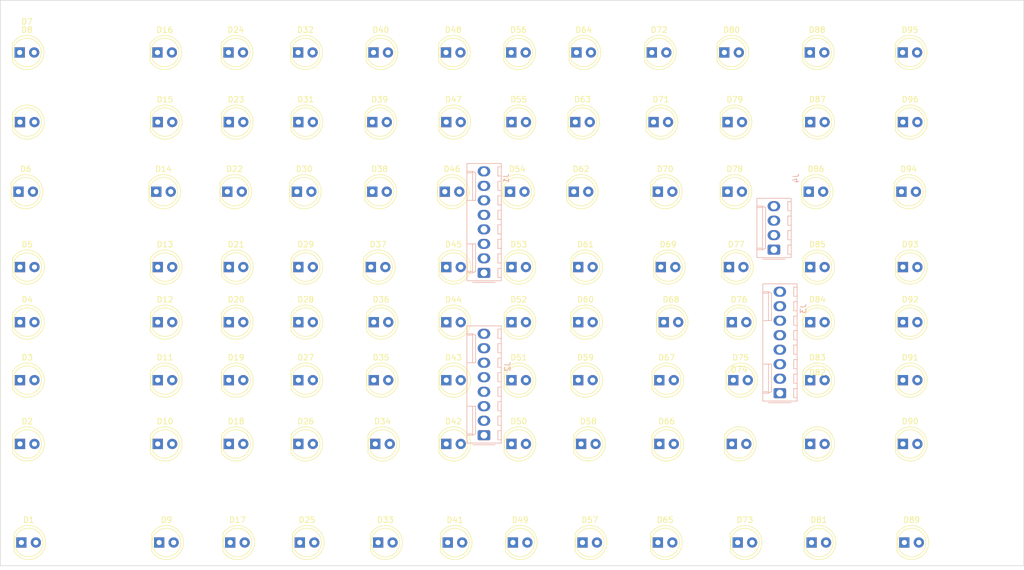
<source format=kicad_pcb>
(kicad_pcb (version 20211014) (generator pcbnew)
  (layers (0 "F.Cu" signal) (31 "B.Cu" signal) (34 "B.Paste" user) (35 "F.Paste" user) (36 "B.SilkS" user "B.Silkscreen") (37 "F.SilkS" user "F.Silkscreen") (38 "B.Mask" user) (39 "F.Mask" user) (44 "Edge.Cuts" user))
  (net 0 "")
  (net 1 "/DIG_A0")
  (net 2 "/SEG_A0")
  (net 3 "/DIG_A2")
  (net 4 "/DIG_A1")
  (net 5 "/DIG_A3")
  (net 6 "/DIG_A4")
  (net 7 "/DIG_A6")
  (net 8 "/DIG_A5")
  (net 9 "/DIG_A7")
  (net 10 "/DIG_B0")
  (net 11 "/SEG_A1")
  (net 12 "/DIG_B2")
  (net 13 "/DIG_B1")
  (net 14 "/DIG_B3")
  (net 15 "/SEG_B0")
  (net 16 "/SEG_B1")
  (net 17 "/SEG_C0")
  (net 18 "/SEG_C1")
  (net 19 "/SEG_D0")
  (net 20 "/SEG_D1")
  (net 21 "/SEG_E0")
  (net 22 "/SEG_E1")
  (net 23 "/SEG_F0")
  (net 24 "/SEG_F1")
  (net 25 "/SEG_G0")
  (net 26 "/SEG_G1")
  (net 27 "/SEG_DP0")
  (net 28 "/SEG_DP1")
  (footprint "LED_THT:LED_D5.0mm" (layer "F.Cu") (at 224.536 92.964)
    (fp_text reference "D92" (at 1.27 -3.96) (layer "F.SilkS"))
    (fp_text value "LED")
    (pad "1" thru_hole rect (at 0 0) (size 1.8 1.8) (drill 0.9) (layers *.Cu *.Mask) (net 14 "/DIG_B3"))
    (pad "2" thru_hole circle (at 2.54 0) (size 1.8 1.8) (drill 0.9) (layers *.Cu *.Mask) (net 20 "/SEG_D1"))
  )
  (footprint "LED_THT:LED_D5.0mm" (layer "F.Cu") (at 194.056 83.312)
    (fp_text reference "D77" (at 1.27 -3.96) (layer "F.SilkS"))
    (fp_text value "LED")
    (pad "1" thru_hole rect (at 0 0) (size 1.8 1.8) (drill 0.9) (layers *.Cu *.Mask) (net 13 "/DIG_B1"))
    (pad "2" thru_hole circle (at 2.54 0) (size 1.8 1.8) (drill 0.9) (layers *.Cu *.Mask) (net 22 "/SEG_E1"))
  )
  (footprint "LED_THT:LED_D5.0mm" (layer "F.Cu") (at 131.582 57.912)
    (fp_text reference "D39" (at 1.27 -3.96) (layer "F.SilkS"))
    (fp_text value "LED")
    (pad "1" thru_hole rect (at 0 0) (size 1.8 1.8) (drill 0.9) (layers *.Cu *.Mask) (net 6 "/DIG_A4"))
    (pad "2" thru_hole circle (at 2.54 0) (size 1.8 1.8) (drill 0.9) (layers *.Cu *.Mask) (net 25 "/SEG_G0"))
  )
  (footprint "LED_THT:LED_D5.0mm" (layer "F.Cu") (at 166.873 70.104)
    (fp_text reference "D62" (at 1.27 -3.96) (layer "F.SilkS"))
    (fp_text value "LED")
    (pad "1" thru_hole rect (at 0 0) (size 1.8 1.8) (drill 0.9) (layers *.Cu *.Mask) (net 9 "/DIG_A7"))
    (pad "2" thru_hole circle (at 2.54 0) (size 1.8 1.8) (drill 0.9) (layers *.Cu *.Mask) (net 23 "/SEG_F0"))
  )
  (footprint "LED_THT:LED_D5.0mm" (layer "F.Cu") (at 167.132 57.912)
    (fp_text reference "D63" (at 1.27 -3.96) (layer "F.SilkS"))
    (fp_text value "LED")
    (pad "1" thru_hole rect (at 0 0) (size 1.8 1.8) (drill 0.9) (layers *.Cu *.Mask) (net 9 "/DIG_A7"))
    (pad "2" thru_hole circle (at 2.54 0) (size 1.8 1.8) (drill 0.9) (layers *.Cu *.Mask) (net 25 "/SEG_G0"))
  )
  (footprint "LED_THT:LED_D5.0mm" (layer "F.Cu") (at 224.536 57.912)
    (fp_text reference "D96" (at 1.27 -3.96) (layer "F.SilkS"))
    (fp_text value "LED")
    (pad "1" thru_hole rect (at 0 0) (size 1.8 1.8) (drill 0.9) (layers *.Cu *.Mask) (net 14 "/DIG_B3"))
    (pad "2" thru_hole circle (at 2.54 0) (size 1.8 1.8) (drill 0.9) (layers *.Cu *.Mask) (net 28 "/SEG_DP1"))
  )
  (footprint "LED_THT:LED_D5.0mm" (layer "F.Cu") (at 224.536 103.124)
    (fp_text reference "D91" (at 1.27 -3.96) (layer "F.SilkS"))
    (fp_text value "LED")
    (pad "1" thru_hole rect (at 0 0) (size 1.8 1.8) (drill 0.9) (layers *.Cu *.Mask) (net 14 "/DIG_B3"))
    (pad "2" thru_hole circle (at 2.54 0) (size 1.8 1.8) (drill 0.9) (layers *.Cu *.Mask) (net 18 "/SEG_C1"))
  )
  (footprint "LED_THT:LED_D5.0mm" (layer "F.Cu") (at 155.956 57.912)
    (fp_text reference "D55" (at 1.27 -3.96) (layer "F.SilkS"))
    (fp_text value "LED")
    (pad "1" thru_hole rect (at 0 0) (size 1.8 1.8) (drill 0.9) (layers *.Cu *.Mask) (net 7 "/DIG_A6"))
    (pad "2" thru_hole circle (at 2.54 0) (size 1.8 1.8) (drill 0.9) (layers *.Cu *.Mask) (net 25 "/SEG_G0"))
  )
  (footprint "LED_THT:LED_D5.0mm" (layer "F.Cu") (at 167.64 92.964)
    (fp_text reference "D60" (at 1.27 -3.96) (layer "F.SilkS"))
    (fp_text value "LED")
    (pad "1" thru_hole rect (at 0 0) (size 1.8 1.8) (drill 0.9) (layers *.Cu *.Mask) (net 9 "/DIG_A7"))
    (pad "2" thru_hole circle (at 2.54 0) (size 1.8 1.8) (drill 0.9) (layers *.Cu *.Mask) (net 19 "/SEG_D0"))
  )
  (footprint "LED_THT:LED_D5.0mm" (layer "F.Cu") (at 182.123 83.312)
    (fp_text reference "D69" (at 1.27 -3.96) (layer "F.SilkS"))
    (fp_text value "LED")
    (pad "1" thru_hole rect (at 0 0) (size 1.8 1.8) (drill 0.9) (layers *.Cu *.Mask) (net 10 "/DIG_B0"))
    (pad "2" thru_hole circle (at 2.54 0) (size 1.8 1.8) (drill 0.9) (layers *.Cu *.Mask) (net 22 "/SEG_E1"))
  )
  (footprint "LED_THT:LED_D5.0mm" (layer "F.Cu") (at 195.58 131.572)
    (fp_text reference "D73" (at 1.27 -3.96) (layer "F.SilkS"))
    (fp_text value "LED")
    (pad "1" thru_hole rect (at 0 0) (size 1.8 1.8) (drill 0.9) (layers *.Cu *.Mask) (net 13 "/DIG_B1"))
    (pad "2" thru_hole circle (at 2.54 0) (size 1.8 1.8) (drill 0.9) (layers *.Cu *.Mask) (net 11 "/SEG_A1"))
  )
  (footprint "LED_THT:LED_D5.0mm" (layer "F.Cu") (at 131.572 70.104)
    (fp_text reference "D38" (at 1.27 -3.96) (layer "F.SilkS"))
    (fp_text value "LED")
    (pad "1" thru_hole rect (at 0 0) (size 1.8 1.8) (drill 0.9) (layers *.Cu *.Mask) (net 6 "/DIG_A4"))
    (pad "2" thru_hole circle (at 2.54 0) (size 1.8 1.8) (drill 0.9) (layers *.Cu *.Mask) (net 23 "/SEG_F0"))
  )
  (footprint "LED_THT:LED_D5.0mm" (layer "F.Cu") (at 106.431 57.912)
    (fp_text reference "D23" (at 1.27 -3.96) (layer "F.SilkS"))
    (fp_text value "LED")
    (pad "1" thru_hole rect (at 0 0) (size 1.8 1.8) (drill 0.9) (layers *.Cu *.Mask) (net 3 "/DIG_A2"))
    (pad "2" thru_hole circle (at 2.54 0) (size 1.8 1.8) (drill 0.9) (layers *.Cu *.Mask) (net 25 "/SEG_G0"))
  )
  (footprint "LED_THT:LED_D5.0mm" (layer "F.Cu") (at 106.431 92.964)
    (fp_text reference "D20" (at 1.27 -3.96) (layer "F.SilkS"))
    (fp_text value "LED")
    (pad "1" thru_hole rect (at 0 0) (size 1.8 1.8) (drill 0.9) (layers *.Cu *.Mask) (net 3 "/DIG_A2"))
    (pad "2" thru_hole circle (at 2.54 0) (size 1.8 1.8) (drill 0.9) (layers *.Cu *.Mask) (net 19 "/SEG_D0"))
  )
  (footprint "LED_THT:LED_D5.0mm" (layer "F.Cu") (at 69.795 45.72)
    (fp_text reference "D8" (at 1.27 -3.96) (layer "F.SilkS"))
    (fp_text value "LED")
    (pad "1" thru_hole rect (at 0 0) (size 1.8 1.8) (drill 0.9) (layers *.Cu *.Mask) (net 1 "/DIG_A0"))
    (pad "2" thru_hole circle (at 2.54 0) (size 1.8 1.8) (drill 0.9) (layers *.Cu *.Mask) (net 27 "/SEG_DP0"))
  )
  (footprint "LED_THT:LED_D5.0mm" (layer "F.Cu") (at 93.98 57.912)
    (fp_text reference "D15" (at 1.27 -3.96) (layer "F.SilkS"))
    (fp_text value "LED")
    (pad "1" thru_hole rect (at 0 0) (size 1.8 1.8) (drill 0.9) (layers *.Cu *.Mask) (net 4 "/DIG_A1"))
    (pad "2" thru_hole circle (at 2.54 0) (size 1.8 1.8) (drill 0.9) (layers *.Cu *.Mask) (net 25 "/SEG_G0"))
  )
  (footprint "LED_THT:LED_D5.0mm" (layer "F.Cu") (at 69.586 70.104)
    (fp_text reference "D6" (at 1.27 -3.96) (layer "F.SilkS"))
    (fp_text value "LED")
    (pad "1" thru_hole rect (at 0 0) (size 1.8 1.8) (drill 0.9) (layers *.Cu *.Mask) (net 1 "/DIG_A0"))
    (pad "2" thru_hole circle (at 2.54 0) (size 1.8 1.8) (drill 0.9) (layers *.Cu *.Mask) (net 23 "/SEG_F0"))
  )
  (footprint "LED_THT:LED_D5.0mm" (layer "F.Cu") (at 132.09 114.3)
    (fp_text reference "D34" (at 1.27 -3.96) (layer "F.SilkS"))
    (fp_text value "LED")
    (pad "1" thru_hole rect (at 0 0) (size 1.8 1.8) (drill 0.9) (layers *.Cu *.Mask) (net 6 "/DIG_A4"))
    (pad "2" thru_hole circle (at 2.54 0) (size 1.8 1.8) (drill 0.9) (layers *.Cu *.Mask) (net 15 "/SEG_B0"))
  )
  (footprint "LED_THT:LED_D5.0mm" (layer "F.Cu") (at 167.64 103.124)
    (fp_text reference "D59" (at 1.27 -3.96) (layer "F.SilkS"))
    (fp_text value "LED")
    (pad "1" thru_hole rect (at 0 0) (size 1.8 1.8) (drill 0.9) (layers *.Cu *.Mask) (net 9 "/DIG_A7"))
    (pad "2" thru_hole circle (at 2.54 0) (size 1.8 1.8) (drill 0.9) (layers *.Cu *.Mask) (net 17 "/SEG_C0"))
  )
  (footprint "LED_THT:LED_D5.0mm" (layer "F.Cu") (at 106.68 131.572)
    (fp_text reference "D17" (at 1.27 -3.96) (layer "F.SilkS"))
    (fp_text value "LED")
    (pad "1" thru_hole rect (at 0 0) (size 1.8 1.8) (drill 0.9) (layers *.Cu *.Mask) (net 3 "/DIG_A2"))
    (pad "2" thru_hole circle (at 2.54 0) (size 1.8 1.8) (drill 0.9) (layers *.Cu *.Mask) (net 2 "/SEG_A0"))
  )
  (footprint "LED_THT:LED_D5.0mm" (layer "F.Cu") (at 69.845 103.124)
    (fp_text reference "D3" (at 1.27 -3.96) (layer "F.SilkS"))
    (fp_text value "LED")
    (pad "1" thru_hole rect (at 0 0) (size 1.8 1.8) (drill 0.9) (layers *.Cu *.Mask) (net 1 "/DIG_A0"))
    (pad "2" thru_hole circle (at 2.54 0) (size 1.8 1.8) (drill 0.9) (layers *.Cu *.Mask) (net 17 "/SEG_C0"))
  )
  (footprint "LED_THT:LED_D5.0mm" (layer "F.Cu") (at 93.98 103.124)
    (fp_text reference "D11" (at 1.27 -3.96) (layer "F.SilkS"))
    (fp_text value "LED")
    (pad "1" thru_hole rect (at 0 0) (size 1.8 1.8) (drill 0.9) (layers *.Cu *.Mask) (net 4 "/DIG_A1"))
    (pad "2" thru_hole circle (at 2.54 0) (size 1.8 1.8) (drill 0.9) (layers *.Cu *.Mask) (net 17 "/SEG_C0"))
  )
  (footprint "LED_THT:LED_D5.0mm" (layer "F.Cu") (at 69.845 114.3)
    (fp_text reference "D2" (at 1.27 -3.96) (layer "F.SilkS"))
    (fp_text value "LED")
    (pad "1" thru_hole rect (at 0 0) (size 1.8 1.8) (drill 0.9) (layers *.Cu *.Mask) (net 1 "/DIG_A0"))
    (pad "2" thru_hole circle (at 2.54 0) (size 1.8 1.8) (drill 0.9) (layers *.Cu *.Mask) (net 15 "/SEG_B0"))
  )
  (footprint "LED_THT:LED_D5.0mm" (layer "F.Cu") (at 144.531 57.912)
    (fp_text reference "D47" (at 1.27 -3.96) (layer "F.SilkS"))
    (fp_text value "LED")
    (pad "1" thru_hole rect (at 0 0) (size 1.8 1.8) (drill 0.9) (layers *.Cu *.Mask) (net 8 "/DIG_A5"))
    (pad "2" thru_hole circle (at 2.54 0) (size 1.8 1.8) (drill 0.9) (layers *.Cu *.Mask) (net 25 "/SEG_G0"))
  )
  (footprint "LED_THT:LED_D5.0mm" (layer "F.Cu") (at 168.148 114.3)
    (fp_text reference "D58" (at 1.27 -3.96) (layer "F.SilkS"))
    (fp_text value "LED")
    (pad "1" thru_hole rect (at 0 0) (size 1.8 1.8) (drill 0.9) (layers *.Cu *.Mask) (net 9 "/DIG_A7"))
    (pad "2" thru_hole circle (at 2.54 0) (size 1.8 1.8) (drill 0.9) (layers *.Cu *.Mask) (net 15 "/SEG_B0"))
  )
  (footprint "LED_THT:LED_D5.0mm" (layer "F.Cu") (at 224.785 131.572)
    (fp_text reference "D89" (at 1.27 -3.96) (layer "F.SilkS"))
    (fp_text value "LED")
    (pad "1" thru_hole rect (at 0 0) (size 1.8 1.8) (drill 0.9) (layers *.Cu *.Mask) (net 14 "/DIG_B3"))
    (pad "2" thru_hole circle (at 2.54 0) (size 1.8 1.8) (drill 0.9) (layers *.Cu *.Mask) (net 11 "/SEG_A1"))
  )
  (footprint "LED_THT:LED_D5.0mm" (layer "F.Cu") (at 118.573 45.72)
    (fp_text reference "D32" (at 1.27 -3.96) (layer "F.SilkS"))
    (fp_text value "LED")
    (pad "1" thru_hole rect (at 0 0) (size 1.8 1.8) (drill 0.9) (layers *.Cu *.Mask) (net 5 "/DIG_A3"))
    (pad "2" thru_hole circle (at 2.54 0) (size 1.8 1.8) (drill 0.9) (layers *.Cu *.Mask) (net 27 "/SEG_DP0"))
  )
  (footprint "LED_THT:LED_D5.0mm" (layer "F.Cu") (at 132.588 131.572)
    (fp_text reference "D33" (at 1.27 -3.96) (layer "F.SilkS"))
    (fp_text value "LED")
    (pad "1" thru_hole rect (at 0 0) (size 1.8 1.8) (drill 0.9) (layers *.Cu *.Mask) (net 6 "/DIG_A4"))
    (pad "2" thru_hole circle (at 2.54 0) (size 1.8 1.8) (drill 0.9) (layers *.Cu *.Mask) (net 2 "/SEG_A0"))
  )
  (footprint "LED_THT:LED_D5.0mm" (layer "F.Cu") (at 144.481 45.72)
    (fp_text reference "D48" (at 1.27 -3.96) (layer "F.SilkS"))
    (fp_text value "LED")
    (pad "1" thru_hole rect (at 0 0) (size 1.8 1.8) (drill 0.9) (layers *.Cu *.Mask) (net 8 "/DIG_A5"))
    (pad "2" thru_hole circle (at 2.54 0) (size 1.8 1.8) (drill 0.9) (layers *.Cu *.Mask) (net 27 "/SEG_DP0"))
  )
  (footprint "LED_THT:LED_D5.0mm" (layer "F.Cu") (at 144.272 70.104)
    (fp_text reference "D46" (at 1.27 -3.96) (layer "F.SilkS"))
    (fp_text value "LED")
    (pad "1" thru_hole rect (at 0 0) (size 1.8 1.8) (drill 0.9) (layers *.Cu *.Mask) (net 8 "/DIG_A5"))
    (pad "2" thru_hole circle (at 2.54 0) (size 1.8 1.8) (drill 0.9) (layers *.Cu *.Mask) (net 23 "/SEG_F0"))
  )
  (footprint "LED_THT:LED_D5.0mm" (layer "F.Cu") (at 208.28 114.3)
    (fp_text reference "D82" (at 1.27 -12.5175) (layer "F.SilkS"))
    (fp_text value "LED")
    (pad "1" thru_hole rect (at 0 0) (size 1.8 1.8) (drill 0.9) (layers *.Cu *.Mask) (net 12 "/DIG_B2"))
    (pad "2" thru_hole circle (at 2.54 0) (size 1.8 1.8) (drill 0.9) (layers *.Cu *.Mask) (net 16 "/SEG_B1"))
  )
  (footprint "LED_THT:LED_D5.0mm" (layer "F.Cu") (at 224.486 45.72)
    (fp_text reference "D95" (at 1.27 -3.96) (layer "F.SilkS"))
    (fp_text value "LED")
    (pad "1" thru_hole rect (at 0 0) (size 1.8 1.8) (drill 0.9) (layers *.Cu *.Mask) (net 14 "/DIG_B3"))
    (pad "2" thru_hole circle (at 2.54 0) (size 1.8 1.8) (drill 0.9) (layers *.Cu *.Mask) (net 26 "/SEG_G1"))
  )
  (footprint "LED_THT:LED_D5.0mm" (layer "F.Cu") (at 93.98 83.312)
    (fp_text reference "D13" (at 1.27 -3.96) (layer "F.SilkS"))
    (fp_text value "LED")
    (pad "1" thru_hole rect (at 0 0) (size 1.8 1.8) (drill 0.9) (layers *.Cu *.Mask) (net 4 "/DIG_A1"))
    (pad "2" thru_hole circle (at 2.54 0) (size 1.8 1.8) (drill 0.9) (layers *.Cu *.Mask) (net 21 "/SEG_E0"))
  )
  (footprint "LED_THT:LED_D5.0mm" (layer "F.Cu") (at 106.431 103.124)
    (fp_text reference "D19" (at 1.27 -3.96) (layer "F.SilkS"))
    (fp_text value "LED")
    (pad "1" thru_hole rect (at 0 0) (size 1.8 1.8) (drill 0.9) (layers *.Cu *.Mask) (net 3 "/DIG_A2"))
    (pad "2" thru_hole circle (at 2.54 0) (size 1.8 1.8) (drill 0.9) (layers *.Cu *.Mask) (net 17 "/SEG_C0"))
  )
  (footprint "LED_THT:LED_D5.0mm" (layer "F.Cu") (at 181.864 103.124)
    (fp_text reference "D67" (at 1.27 -3.96) (layer "F.SilkS"))
    (fp_text value "LED")
    (pad "1" thru_hole rect (at 0 0) (size 1.8 1.8) (drill 0.9) (layers *.Cu *.Mask) (net 10 "/DIG_B0"))
    (pad "2" thru_hole circle (at 2.54 0) (size 1.8 1.8) (drill 0.9) (layers *.Cu *.Mask) (net 18 "/SEG_C1"))
  )
  (footprint "LED_THT:LED_D5.0mm" (layer "F.Cu") (at 193.797 70.104)
    (fp_text reference "D78" (at 1.27 -3.96) (layer "F.SilkS"))
    (fp_text value "LED")
    (pad "1" thru_hole rect (at 0 0) (size 1.8 1.8) (drill 0.9) (layers *.Cu *.Mask) (net 13 "/DIG_B1"))
    (pad "2" thru_hole circle (at 2.54 0) (size 1.8 1.8) (drill 0.9) (layers *.Cu *.Mask) (net 24 "/SEG_F1"))
  )
  (footprint "LED_THT:LED_D5.0mm" (layer "F.Cu") (at 144.531 92.964)
    (fp_text reference "D44" (at 1.27 -3.96) (layer "F.SilkS"))
    (fp_text value "LED")
    (pad "1" thru_hole rect (at 0 0) (size 1.8 1.8) (drill 0.9) (layers *.Cu *.Mask) (net 8 "/DIG_A5"))
    (pad "2" thru_hole circle (at 2.54 0) (size 1.8 1.8) (drill 0.9) (layers *.Cu *.Mask) (net 19 "/SEG_D0"))
  )
  (footprint "LED_THT:LED_D5.0mm" (layer "F.Cu") (at 224.277 70.104)
    (fp_text reference "D94" (at 1.27 -3.96) (layer "F.SilkS"))
    (fp_text value "LED")
    (pad "1" thru_hole rect (at 0 0) (size 1.8 1.8) (drill 0.9) (layers *.Cu *.Mask) (net 14 "/DIG_B3"))
    (pad "2" thru_hole circle (at 2.54 0) (size 1.8 1.8) (drill 0.9) (layers *.Cu *.Mask) (net 24 "/SEG_F1"))
  )
  (footprint "LED_THT:LED_D5.0mm" (layer "F.Cu") (at 193.249 45.72)
    (fp_text reference "D80" (at 1.27 -3.96) (layer "F.SilkS"))
    (fp_text value "LED")
    (pad "1" thru_hole rect (at 0 0) (size 1.8 1.8) (drill 0.9) (layers *.Cu *.Mask) (net 13 "/DIG_B1"))
    (pad "2" thru_hole circle (at 2.54 0) (size 1.8 1.8) (drill 0.9) (layers *.Cu *.Mask) (net 28 "/SEG_DP1"))
  )
  (footprint "LED_THT:LED_D5.0mm" (layer "F.Cu") (at 208.021 70.104)
    (fp_text reference "D86" (at 1.27 -3.96) (layer "F.SilkS"))
    (fp_text value "LED")
    (pad "1" thru_hole rect (at 0 0) (size 1.8 1.8) (drill 0.9) (layers *.Cu *.Mask) (net 12 "/DIG_B2"))
    (pad "2" thru_hole circle (at 2.54 0) (size 1.8 1.8) (drill 0.9) (layers *.Cu *.Mask) (net 24 "/SEG_F1"))
  )
  (footprint "LED_THT:LED_D5.0mm" (layer "F.Cu") (at 93.98 92.964)
    (fp_text reference "D12" (at 1.27 -3.96) (layer "F.SilkS"))
    (fp_text value "LED")
    (pad "1" thru_hole rect (at 0 0) (size 1.8 1.8) (drill 0.9) (layers *.Cu *.Mask) (net 4 "/DIG_A1"))
    (pad "2" thru_hole circle (at 2.54 0) (size 1.8 1.8) (drill 0.9) (layers *.Cu *.Mask) (net 19 "/SEG_D0"))
  )
  (footprint "LED_THT:LED_D5.0mm" (layer "F.Cu") (at 131.323 83.312)
    (fp_text reference "D37" (at 1.27 -3.96) (layer "F.SilkS"))
    (fp_text value "LED")
    (pad "1" thru_hole rect (at 0 0) (size 1.8 1.8) (drill 0.9) (layers *.Cu *.Mask) (net 6 "/DIG_A4"))
    (pad "2" thru_hole circle (at 2.54 0) (size 1.8 1.8) (drill 0.9) (layers *.Cu *.Mask) (net 21 "/SEG_E0"))
  )
  (footprint "LED_THT:LED_D5.0mm" (layer "F.Cu") (at 194.823 103.124)
    (fp_text reference "D75" (at 1.27 -3.96) (layer "F.SilkS"))
    (fp_text value "LED")
    (pad "1" thru_hole rect (at 0 0) (size 1.8 1.8) (drill 0.9) (layers *.Cu *.Mask) (net 13 "/DIG_B1"))
    (pad "2" thru_hole circle (at 2.54 0) (size 1.8 1.8) (drill 0.9) (layers *.Cu *.Mask) (net 18 "/SEG_C1"))
  )
  (footprint "LED_THT:LED_D5.0mm" (layer "F.Cu") (at 106.431 83.312)
    (fp_text reference "D21" (at 1.27 -3.96) (layer "F.SilkS"))
    (fp_text value "LED")
    (pad "1" thru_hole rect (at 0 0) (size 1.8 1.8) (drill 0.9) (layers *.Cu *.Mask) (net 3 "/DIG_A2"))
    (pad "2" thru_hole circle (at 2.54 0) (size 1.8 1.8) (drill 0.9) (layers *.Cu *.Mask) (net 21 "/SEG_E0"))
  )
  (footprint "LED_THT:LED_D5.0mm" (layer "F.Cu") (at 224.536 83.312)
    (fp_text reference "D93" (at 1.27 -3.96) (layer "F.SilkS"))
    (fp_text value "LED")
    (pad "1" thru_hole rect (at 0 0) (size 1.8 1.8) (drill 0.9) (layers *.Cu *.Mask) (net 14 "/DIG_B3"))
    (pad "2" thru_hole circle (at 2.54 0) (size 1.8 1.8) (drill 0.9) (layers *.Cu *.Mask) (net 22 "/SEG_E1"))
  )
  (footprint "LED_THT:LED_D5.0mm" (layer "F.Cu") (at 106.431 114.3)
    (fp_text reference "D18" (at 1.27 -3.96) (layer "F.SilkS"))
    (fp_text value "LED")
    (pad "1" thru_hole rect (at 0 0) (size 1.8 1.8) (drill 0.9) (layers *.Cu *.Mask) (net 3 "/DIG_A2"))
    (pad "2" thru_hole circle (at 2.54 0) (size 1.8 1.8) (drill 0.9) (layers *.Cu *.Mask) (net 15 "/SEG_B0"))
  )
  (footprint "LED_THT:LED_D5.0mm" (layer "F.Cu") (at 144.531 83.312)
    (fp_text reference "D45" (at 1.27 -3.96) (layer "F.SilkS"))
    (fp_text value "LED")
    (pad "1" thru_hole rect (at 0 0) (size 1.8 1.8) (drill 0.9) (layers *.Cu *.Mask) (net 8 "/DIG_A5"))
    (pad "2" thru_hole circle (at 2.54 0) (size 1.8 1.8) (drill 0.9) (layers *.Cu *.Mask) (net 21 "/SEG_E0"))
  )
  (footprint "LED_THT:LED_D5.0mm" (layer "F.Cu") (at 144.531 114.3)
    (fp_text reference "D42" (at 1.27 -3.96) (layer "F.SilkS"))
    (fp_text value "LED")
    (pad "1" thru_hole rect (at 0 0) (size 1.8 1.8) (drill 0.9) (layers *.Cu *.Mask) (net 8 "/DIG_A5"))
    (pad "2" thru_hole circle (at 2.54 0) (size 1.8 1.8) (drill 0.9) (layers *.Cu *.Mask) (net 15 "/SEG_B0"))
  )
  (footprint "LED_THT:LED_D5.0mm" (layer "F.Cu") (at 168.397 131.572)
    (fp_text reference "D57" (at 1.27 -3.96) (layer "F.SilkS"))
    (fp_text value "LED")
    (pad "1" thru_hole rect (at 0 0) (size 1.8 1.8) (drill 0.9) (layers *.Cu *.Mask) (net 9 "/DIG_A7"))
    (pad "2" thru_hole circle (at 2.54 0) (size 1.8 1.8) (drill 0.9) (layers *.Cu *.Mask) (net 2 "/SEG_A0"))
  )
  (footprint "LED_THT:LED_D5.0mm" (layer "F.Cu") (at 106.172 70.104)
    (fp_text reference "D22" (at 1.27 -3.96) (layer "F.SilkS"))
    (fp_text value "LED")
    (pad "1" thru_hole rect (at 0 0) (size 1.8 1.8) (drill 0.9) (layers *.Cu *.Mask) (net 3 "/DIG_A2"))
    (pad "2" thru_hole circle (at 2.54 0) (size 1.8 1.8) (drill 0.9) (layers *.Cu *.Mask) (net 23 "/SEG_F0"))
  )
  (footprint "LED_THT:LED_D5.0mm" (layer "F.Cu") (at 144.531 103.124)
    (fp_text reference "D43" (at 1.27 -3.96) (layer "F.SilkS"))
    (fp_text value "LED")
    (pad "1" thru_hole rect (at 0 0) (size 1.8 1.8) (drill 0.9) (layers *.Cu *.Mask) (net 8 "/DIG_A5"))
    (pad "2" thru_hole circle (at 2.54 0) (size 1.8 1.8) (drill 0.9) (layers *.Cu *.Mask) (net 17 "/SEG_C0"))
  )
  (footprint "LED_THT:LED_D5.0mm" (layer "F.Cu") (at 118.623 103.124)
    (fp_text reference "D27" (at 1.27 -3.96) (layer "F.SilkS"))
    (fp_text value "LED")
    (pad "1" thru_hole rect (at 0 0) (size 1.8 1.8) (drill 0.9) (layers *.Cu *.Mask) (net 5 "/DIG_A3"))
    (pad "2" thru_hole circle (at 2.54 0) (size 1.8 1.8) (drill 0.9) (layers *.Cu *.Mask) (net 17 "/SEG_C0"))
  )
  (footprint "LED_THT:LED_D5.0mm" (layer "F.Cu") (at 208.28 103.124)
    (fp_text reference "D83" (at 1.27 -3.96) (layer "F.SilkS"))
    (fp_text value "LED")
    (pad "1" thru_hole rect (at 0 0) (size 1.8 1.8) (drill 0.9) (layers *.Cu *.Mask) (net 12 "/DIG_B2"))
    (pad "2" thru_hole circle (at 2.54 0) (size 1.8 1.8) (drill 0.9) (layers *.Cu *.Mask) (net 18 "/SEG_C1"))
  )
  (footprint "LED_THT:LED_D5.0mm" (layer "F.Cu") (at 118.623 92.964)
    (fp_text reference "D28" (at 1.27 -3.96) (layer "F.SilkS"))
    (fp_text value "LED")
    (pad "1" thru_hole rect (at 0 0) (size 1.8 1.8) (drill 0.9) (layers *.Cu *.Mask) (net 5 "/DIG_A3"))
    (pad "2" thru_hole circle (at 2.54 0) (size 1.8 1.8) (drill 0.9) (layers *.Cu *.Mask) (net 19 "/SEG_D0"))
  )
  (footprint "LED_THT:LED_D5.0mm" (layer "F.Cu") (at 93.98 114.3)
    (fp_text reference "D10" (at 1.27 -3.96) (layer "F.SilkS"))
    (fp_text value "LED")
    (pad "1" thru_hole rect (at 0 0) (size 1.8 1.8) (drill 0.9) (layers *.Cu *.Mask) (net 4 "/DIG_A1"))
    (pad "2" thru_hole circle (at 2.54 0) (size 1.8 1.8) (drill 0.9) (layers *.Cu *.Mask) (net 15 "/SEG_B0"))
  )
  (footprint "LED_THT:LED_D5.0mm" (layer "F.Cu") (at 69.845 83.312)
    (fp_text reference "D5" (at 1.27 -3.96) (layer "F.SilkS"))
    (fp_text value "LED")
    (pad "1" thru_hole rect (at 0 0) (size 1.8 1.8) (drill 0.9) (layers *.Cu *.Mask) (net 1 "/DIG_A0"))
    (pad "2" thru_hole circle (at 2.54 0) (size 1.8 1.8) (drill 0.9) (layers *.Cu *.Mask) (net 21 "/SEG_E0"))
  )
  (footprint "LED_THT:LED_D5.0mm" (layer "F.Cu") (at 193.807 57.912)
    (fp_text reference "D79" (at 1.27 -3.96) (layer "F.SilkS"))
    (fp_text value "LED")
    (pad "1" thru_hole rect (at 0 0) (size 1.8 1.8) (drill 0.9) (layers *.Cu *.Mask) (net 13 "/DIG_B1"))
    (pad "2" thru_hole circle (at 2.54 0) (size 1.8 1.8) (drill 0.9) (layers *.Cu *.Mask) (net 26 "/SEG_G1"))
  )
  (footprint "LED_THT:LED_D5.0mm" (layer "F.Cu") (at 155.906 45.72)
    (fp_text reference "D56" (at 1.27 -3.96) (layer "F.SilkS"))
    (fp_text value "LED")
    (pad "1" thru_hole rect (at 0 0) (size 1.8 1.8) (drill 0.9) (layers *.Cu *.Mask) (net 7 "/DIG_A6"))
    (pad "2" thru_hole circle (at 2.54 0) (size 1.8 1.8) (drill 0.9) (layers *.Cu *.Mask) (net 27 "/SEG_DP0"))
  )
  (footprint "LED_THT:LED_D5.0mm" (layer "F.Cu") (at 131.781 45.72)
    (fp_text reference "D40" (at 1.27 -3.96) (layer "F.SilkS"))
    (fp_text value "LED")
    (pad "1" thru_hole rect (at 0 0) (size 1.8 1.8) (drill 0.9) (layers *.Cu *.Mask) (net 6 "/DIG_A4"))
    (pad "2" thru_hole circle (at 2.54 0) (size 1.8 1.8) (drill 0.9) (layers *.Cu *.Mask) (net 27 "/SEG_DP0"))
  )
  (footprint "LED_THT:LED_D5.0mm" (layer "F.Cu") (at 131.831 92.964)
    (fp_text reference "D36" (at 1.27 -3.96) (layer "F.SilkS"))
    (fp_text value "LED")
    (pad "1" thru_hole rect (at 0 0) (size 1.8 1.8) (drill 0.9) (layers *.Cu *.Mask) (net 6 "/DIG_A4"))
    (pad "2" thru_hole circle (at 2.54 0) (size 1.8 1.8) (drill 0.9) (layers *.Cu *.Mask) (net 19 "/SEG_D0"))
  )
  (footprint "LED_THT:LED_D5.0mm" (layer "F.Cu") (at 118.872 131.572)
    (fp_text reference "D25" (at 1.27 -3.96) (layer "F.SilkS"))
    (fp_text value "LED")
    (pad "1" thru_hole rect (at 0 0) (size 1.8 1.8) (drill 0.9) (layers *.Cu *.Mask) (net 5 "/DIG_A3"))
    (pad "2" thru_hole circle (at 2.54 0) (size 1.8 1.8) (drill 0.9) (layers *.Cu *.Mask) (net 2 "/SEG_A0"))
  )
  (footprint "LED_THT:LED_D5.0mm" (layer "F.Cu") (at 208.28 57.912)
    (fp_text reference "D87" (at 1.27 -3.96) (layer "F.SilkS"))
    (fp_text value "LED")
    (pad "1" thru_hole rect (at 0 0) (size 1.8 1.8) (drill 0.9) (layers *.Cu *.Mask) (net 12 "/DIG_B2"))
    (pad "2" thru_hole circle (at 2.54 0) (size 1.8 1.8) (drill 0.9) (layers *.Cu *.Mask) (net 26 "/SEG_G1"))
  )
  (footprint "LED_THT:LED_D5.0mm" (layer "F.Cu") (at 155.956 83.312)
    (fp_text reference "D53" (at 1.27 -3.96) (layer "F.SilkS"))
    (fp_text value "LED")
    (pad "1" thru_hole rect (at 0 0) (size 1.8 1.8) (drill 0.9) (layers *.Cu *.Mask) (net 7 "/DIG_A6"))
    (pad "2" thru_hole circle (at 2.54 0) (size 1.8 1.8) (drill 0.9) (layers *.Cu *.Mask) (net 21 "/SEG_E0"))
  )
  (footprint "LED_THT:LED_D5.0mm" (layer "F.Cu") (at 156.205 131.572)
    (fp_text reference "D49" (at 1.27 -3.96) (layer "F.SilkS"))
    (fp_text value "LED")
    (pad "1" thru_hole rect (at 0 0) (size 1.8 1.8) (drill 0.9) (layers *.Cu *.Mask) (net 7 "/DIG_A6"))
    (pad "2" thru_hole circle (at 2.54 0) (size 1.8 1.8) (drill 0.9) (layers *.Cu *.Mask) (net 2 "/SEG_A0"))
  )
  (footprint "LED_THT:LED_D5.0mm" (layer "F.Cu") (at 93.721 70.104)
    (fp_text reference "D14" (at 1.27 -3.96) (layer "F.SilkS"))
    (fp_text value "LED")
    (pad "1" thru_hole rect (at 0 0) (size 1.8 1.8) (drill 0.9) (layers *.Cu *.Mask) (net 4 "/DIG_A1"))
    (pad "2" thru_hole circle (at 2.54 0) (size 1.8 1.8) (drill 0.9) (layers *.Cu *.Mask) (net 23 "/SEG_F0"))
  )
  (footprint "LED_THT:LED_D5.0mm" (layer "F.Cu") (at 94.229 131.572)
    (fp_text reference "D9" (at 1.27 -3.96) (layer "F.SilkS"))
    (fp_text value "LED")
    (pad "1" thru_hole rect (at 0 0) (size 1.8 1.8) (drill 0.9) (layers *.Cu *.Mask) (net 4 "/DIG_A1"))
    (pad "2" thru_hole circle (at 2.54 0) (size 1.8 1.8) (drill 0.9) (layers *.Cu *.Mask) (net 2 "/SEG_A0"))
  )
  (footprint "LED_THT:LED_D5.0mm" (layer "F.Cu") (at 155.956 92.964)
    (fp_text reference "D52" (at 1.27 -3.96) (layer "F.SilkS"))
    (fp_text value "LED")
    (pad "1" thru_hole rect (at 0 0) (size 1.8 1.8) (drill 0.9) (layers *.Cu *.Mask) (net 7 "/DIG_A6"))
    (pad "2" thru_hole circle (at 2.54 0) (size 1.8 1.8) (drill 0.9) (layers *.Cu *.Mask) (net 19 "/SEG_D0"))
  )
  (footprint "LED_THT:LED_D5.0mm" (layer "F.Cu") (at 69.845 92.964)
    (fp_text reference "D4" (at 1.27 -3.96) (layer "F.SilkS"))
    (fp_text value "LED")
    (pad "1" thru_hole rect (at 0 0) (size 1.8 1.8) (drill 0.9) (layers *.Cu *.Mask) (net 1 "/DIG_A0"))
    (pad "2" thru_hole circle (at 2.54 0) (size 1.8 1.8) (drill 0.9) (layers *.Cu *.Mask) (net 19 "/SEG_D0"))
  )
  (footprint "LED_THT:LED_D5.0mm" (layer "F.Cu") (at 181.864 114.3)
    (fp_text reference "D66" (at 1.27 -3.96) (layer "F.SilkS"))
    (fp_text value "LED")
    (pad "1" thru_hole rect (at 0 0) (size 1.8 1.8) (drill 0.9) (layers *.Cu *.Mask) (net 10 "/DIG_B0"))
    (pad "2" thru_hole circle (at 2.54 0) (size 1.8 1.8) (drill 0.9) (layers *.Cu *.Mask) (net 16 "/SEG_B1"))
  )
  (footprint "LED_THT:LED_D5.0mm" (layer "F.Cu") (at 208.28 83.312)
    (fp_text reference "D85" (at 1.27 -3.96) (layer "F.SilkS"))
    (fp_text value "LED")
    (pad "1" thru_hole rect (at 0 0) (size 1.8 1.8) (drill 0.9) (layers *.Cu *.Mask) (net 12 "/DIG_B2"))
    (pad "2" thru_hole circle (at 2.54 0) (size 1.8 1.8) (drill 0.9) (layers *.Cu *.Mask) (net 22 "/SEG_E1"))
  )
  (footprint "LED_THT:LED_D5.0mm" (layer "F.Cu") (at 118.623 114.3)
    (fp_text reference "D26" (at 1.27 -3.96) (layer "F.SilkS"))
    (fp_text value "LED")
    (pad "1" thru_hole rect (at 0 0) (size 1.8 1.8) (drill 0.9) (layers *.Cu *.Mask) (net 5 "/DIG_A3"))
    (pad "2" thru_hole circle (at 2.54 0) (size 1.8 1.8) (drill 0.9) (layers *.Cu *.Mask) (net 15 "/SEG_B0"))
  )
  (footprint "LED_THT:LED_D5.0mm" (layer "F.Cu") (at 208.529 131.572)
    (fp_text reference "D81" (at 1.27 -3.96) (layer "F.SilkS"))
    (fp_text value "LED")
    (pad "1" thru_hole rect (at 0 0) (size 1.8 1.8) (drill 0.9) (layers *.Cu *.Mask) (net 12 "/DIG_B2"))
    (pad "2" thru_hole circle (at 2.54 0) (size 1.8 1.8) (drill 0.9) (layers *.Cu *.Mask) (net 11 "/SEG_A1"))
  )
  (footprint "LED_THT:LED_D5.0mm" (layer "F.Cu") (at 118.364 70.104)
    (fp_text reference "D30" (at 1.27 -3.96) (layer "F.SilkS"))
    (fp_text value "LED")
    (pad "1" thru_hole rect (at 0 0) (size 1.8 1.8) (drill 0.9) (layers *.Cu *.Mask) (net 5 "/DIG_A3"))
    (pad "2" thru_hole circle (at 2.54 0) (size 1.8 1.8) (drill 0.9) (layers *.Cu *.Mask) (net 23 "/SEG_F0"))
  )
  (footprint "LED_THT:LED_D5.0mm" (layer "F.Cu") (at 69.845 57.912)
    (fp_text reference "D7" (at 1.22 -17.5975) (layer "F.SilkS"))
    (fp_text value "LED")
    (pad "1" thru_hole rect (at 0 0) (size 1.8 1.8) (drill 0.9) (layers *.Cu *.Mask) (net 1 "/DIG_A0"))
    (pad "2" thru_hole circle (at 2.54 0) (size 1.8 1.8) (drill 0.9) (layers *.Cu *.Mask) (net 25 "/SEG_G0"))
  )
  (footprint "LED_THT:LED_D5.0mm" (layer "F.Cu") (at 93.93 45.72)
    (fp_text reference "D16" (at 1.27 -3.96) (layer "F.SilkS"))
    (fp_text value "LED")
    (pad "1" thru_hole rect (at 0 0) (size 1.8 1.8) (drill 0.9) (layers *.Cu *.Mask) (net 4 "/DIG_A1"))
    (pad "2" thru_hole circle (at 2.54 0) (size 1.8 1.8) (drill 0.9) (layers *.Cu *.Mask) (net 27 "/SEG_DP0"))
  )
  (footprint "LED_THT:LED_D5.0mm" (layer "F.Cu") (at 118.623 83.312)
    (fp_text reference "D29" (at 1.27 -3.96) (layer "F.SilkS"))
    (fp_text value "LED")
    (pad "1" thru_hole rect (at 0 0) (size 1.8 1.8) (drill 0.9) (layers *.Cu *.Mask) (net 5 "/DIG_A3"))
    (pad "2" thru_hole circle (at 2.54 0) (size 1.8 1.8) (drill 0.9) (layers *.Cu *.Mask) (net 21 "/SEG_E0"))
  )
  (footprint "LED_THT:LED_D5.0mm" (layer "F.Cu") (at 208.28 92.964)
    (fp_text reference "D84" (at 1.27 -3.96) (layer "F.SilkS"))
    (fp_text value "LED")
    (pad "1" thru_hole rect (at 0 0) (size 1.8 1.8) (drill 0.9) (layers *.Cu *.Mask) (net 12 "/DIG_B2"))
    (pad "2" thru_hole circle (at 2.54 0) (size 1.8 1.8) (drill 0.9) (layers *.Cu *.Mask) (net 20 "/SEG_D1"))
  )
  (footprint "LED_THT:LED_D5.0mm" (layer "F.Cu") (at 167.341 45.72)
    (fp_text reference "D64" (at 1.27 -3.96) (layer "F.SilkS"))
    (fp_text value "LED")
    (pad "1" thru_hole rect (at 0 0) (size 1.8 1.8) (drill 0.9) (layers *.Cu *.Mask) (net 9 "/DIG_A7"))
    (pad "2" thru_hole circle (at 2.54 0) (size 1.8 1.8) (drill 0.9) (layers *.Cu *.Mask) (net 27 "/SEG_DP0"))
  )
  (footprint "LED_THT:LED_D5.0mm" (layer "F.Cu") (at 181.605 70.104)
    (fp_text reference "D70" (at 1.27 -3.96) (layer "F.SilkS"))
    (fp_text value "LED")
    (pad "1" thru_hole rect (at 0 0) (size 1.8 1.8) (drill 0.9) (layers *.Cu *.Mask) (net 10 "/DIG_B0"))
    (pad "2" thru_hole circle (at 2.54 0) (size 1.8 1.8) (drill 0.9) (layers *.Cu *.Mask) (net 24 "/SEG_F1"))
  )
  (footprint "LED_THT:LED_D5.0mm" (layer "F.Cu") (at 155.697 70.104)
    (fp_text reference "D54" (at 1.27 -3.96) (layer "F.SilkS"))
    (fp_text value "LED")
    (pad "1" thru_hole rect (at 0 0) (size 1.8 1.8) (drill 0.9) (layers *.Cu *.Mask) (net 7 "/DIG_A6"))
    (pad "2" thru_hole circle (at 2.54 0) (size 1.8 1.8) (drill 0.9) (layers *.Cu *.Mask) (net 23 "/SEG_F0"))
  )
  (footprint "LED_THT:LED_D5.0mm" (layer "F.Cu") (at 180.549 45.72)
    (fp_text reference "D72" (at 1.27 -3.96) (layer "F.SilkS"))
    (fp_text value "LED")
    (pad "1" thru_hole rect (at 0 0) (size 1.8 1.8) (drill 0.9) (layers *.Cu *.Mask) (net 10 "/DIG_B0"))
    (pad "2" thru_hole circle (at 2.54 0) (size 1.8 1.8) (drill 0.9) (layers *.Cu *.Mask) (net 28 "/SEG_DP1"))
  )
  (footprint "LED_THT:LED_D5.0mm" (layer "F.Cu") (at 155.956 114.3)
    (fp_text reference "D50" (at 1.27 -3.96) (layer "F.SilkS"))
    (fp_text value "LED")
    (pad "1" thru_hole rect (at 0 0) (size 1.8 1.8) (drill 0.9) (layers *.Cu *.Mask) (net 7 "/DIG_A6"))
    (pad "2" thru_hole circle (at 2.54 0) (size 1.8 1.8) (drill 0.9) (layers *.Cu *.Mask) (net 15 "/SEG_B0"))
  )
  (footprint "LED_THT:LED_D5.0mm" (layer "F.Cu") (at 224.536 114.3)
    (fp_text reference "D90" (at 1.27 -3.96) (layer "F.SilkS"))
    (fp_text value "LED")
    (pad "1" thru_hole rect (at 0 0) (size 1.8 1.8) (drill 0.9) (layers *.Cu *.Mask) (net 14 "/DIG_B3"))
    (pad "2" thru_hole circle (at 2.54 0) (size 1.8 1.8) (drill 0.9) (layers *.Cu *.Mask) (net 16 "/SEG_B1"))
  )
  (footprint "LED_THT:LED_D5.0mm" (layer "F.Cu") (at 144.78 131.572)
    (fp_text reference "D41" (at 1.27 -3.96) (layer "F.SilkS"))
    (fp_text value "LED")
    (pad "1" thru_hole rect (at 0 0) (size 1.8 1.8) (drill 0.9) (layers *.Cu *.Mask) (net 8 "/DIG_A5"))
    (pad "2" thru_hole circle (at 2.54 0) (size 1.8 1.8) (drill 0.9) (layers *.Cu *.Mask) (net 2 "/SEG_A0"))
  )
  (footprint "LED_THT:LED_D5.0mm" (layer "F.Cu") (at 180.848 57.912)
    (fp_text reference "D71" (at 1.27 -3.96) (layer "F.SilkS"))
    (fp_text value "LED")
    (pad "1" thru_hole rect (at 0 0) (size 1.8 1.8) (drill 0.9) (layers *.Cu *.Mask) (net 10 "/DIG_B0"))
    (pad "2" thru_hole circle (at 2.54 0) (size 1.8 1.8) (drill 0.9) (layers *.Cu *.Mask) (net 26 "/SEG_G1"))
  )
  (footprint "LED_THT:LED_D5.0mm" (layer "F.Cu") (at 70.094 131.572)
    (fp_text reference "D1" (at 1.27 -3.96) (layer "F.SilkS"))
    (fp_text value "LED")
    (pad "1" thru_hole rect locked (at 0 0) (size 1.8 1.8) (drill 0.9) (layers *.Cu *.Mask) (net 1 "/DIG_A0"))
    (pad "2" thru_hole circle locked (at 2.54 0) (size 1.8 1.8) (drill 0.9) (layers *.Cu *.Mask) (net 2 "/SEG_A0"))
  )
  (footprint "LED_THT:LED_D5.0mm" (layer "F.Cu") (at 194.564 92.964)
    (fp_text reference "D76" (at 1.27 -3.96) (layer "F.SilkS"))
    (fp_text value "LED")
    (pad "1" thru_hole rect (at 0 0) (size 1.8 1.8) (drill 0.9) (layers *.Cu *.Mask) (net 13 "/DIG_B1"))
    (pad "2" thru_hole circle (at 2.54 0) (size 1.8 1.8) (drill 0.9) (layers *.Cu *.Mask) (net 20 "/SEG_D1"))
  )
  (footprint "LED_THT:LED_D5.0mm" (layer "F.Cu") (at 167.64 83.312)
    (fp_text reference "D61" (at 1.27 -3.96) (layer "F.SilkS"))
    (fp_text value "LED")
    (pad "1" thru_hole rect (at 0 0) (size 1.8 1.8) (drill 0.9) (layers *.Cu *.Mask) (net 9 "/DIG_A7"))
    (pad "2" thru_hole circle (at 2.54 0) (size 1.8 1.8) (drill 0.9) (layers *.Cu *.Mask) (net 21 "/SEG_E0"))
  )
  (footprint "LED_THT:LED_D5.0mm" (layer "F.Cu") (at 106.381 45.72)
    (fp_text reference "D24" (at 1.27 -3.96) (layer "F.SilkS"))
    (fp_text value "LED")
    (pad "1" thru_hole rect (at 0 0) (size 1.8 1.8) (drill 0.9) (layers *.Cu *.Mask) (net 3 "/DIG_A2"))
    (pad "2" thru_hole circle (at 2.54 0) (size 1.8 1.8) (drill 0.9) (layers *.Cu *.Mask) (net 27 "/SEG_DP0"))
  )
  (footprint "LED_THT:LED_D5.0mm" (layer "F.Cu") (at 194.564 114.3)
    (fp_text reference "D74" (at 1.27 -13.0255) (layer "F.SilkS"))
    (fp_text value "LED")
    (pad "1" thru_hole rect (at 0 0) (size 1.8 1.8) (drill 0.9) (layers *.Cu *.Mask) (net 13 "/DIG_B1"))
    (pad "2" thru_hole circle (at 2.54 0) (size 1.8 1.8) (drill 0.9) (layers *.Cu *.Mask) (net 16 "/SEG_B1"))
  )
  (footprint "LED_THT:LED_D5.0mm" (layer "F.Cu") (at 208.23 45.72)
    (fp_text reference "D88" (at 1.27 -3.96) (layer "F.SilkS"))
    (fp_text value "LED")
    (pad "1" thru_hole rect (at 0 0) (size 1.8 1.8) (drill 0.9) (layers *.Cu *.Mask) (net 12 "/DIG_B2"))
    (pad "2" thru_hole circle (at 2.54 0) (size 1.8 1.8) (drill 0.9) (layers *.Cu *.Mask) (net 28 "/SEG_DP1"))
  )
  (footprint "LED_THT:LED_D5.0mm" (layer "F.Cu") (at 182.631 92.964)
    (fp_text reference "D68" (at 1.27 -3.96) (layer "F.SilkS"))
    (fp_text value "LED")
    (pad "1" thru_hole rect (at 0 0) (size 1.8 1.8) (drill 0.9) (layers *.Cu *.Mask) (net 10 "/DIG_B0"))
    (pad "2" thru_hole circle (at 2.54 0) (size 1.8 1.8) (drill 0.9) (layers *.Cu *.Mask) (net 20 "/SEG_D1"))
  )
  (footprint "LED_THT:LED_D5.0mm" (layer "F.Cu") (at 118.623 57.912)
    (fp_text reference "D31" (at 1.27 -3.96) (layer "F.SilkS"))
    (fp_text value "LED")
    (pad "1" thru_hole rect (at 0 0) (size 1.8 1.8) (drill 0.9) (layers *.Cu *.Mask) (net 5 "/DIG_A3"))
    (pad "2" thru_hole circle (at 2.54 0) (size 1.8 1.8) (drill 0.9) (layers *.Cu *.Mask) (net 25 "/SEG_G0"))
  )
  (footprint "LED_THT:LED_D5.0mm" (layer "F.Cu") (at 155.956 103.124)
    (fp_text reference "D51" (at 1.27 -3.96) (layer "F.SilkS"))
    (fp_text value "LED")
    (pad "1" thru_hole rect (at 0 0) (size 1.8 1.8) (drill 0.9) (layers *.Cu *.Mask) (net 7 "/DIG_A6"))
    (pad "2" thru_hole circle (at 2.54 0) (size 1.8 1.8) (drill 0.9) (layers *.Cu *.Mask) (net 17 "/SEG_C0"))
  )
  (footprint "LED_THT:LED_D5.0mm" (layer "F.Cu") (at 131.831 103.124)
    (fp_text reference "D35" (at 1.27 -3.96) (layer "F.SilkS"))
    (fp_text value "LED")
    (pad "1" thru_hole rect (at 0 0) (size 1.8 1.8) (drill 0.9) (layers *.Cu *.Mask) (net 6 "/DIG_A4"))
    (pad "2" thru_hole circle (at 2.54 0) (size 1.8 1.8) (drill 0.9) (layers *.Cu *.Mask) (net 17 "/SEG_C0"))
  )
  (footprint "LED_THT:LED_D5.0mm" (layer "F.Cu") (at 181.605 131.572)
    (fp_text reference "D65" (at 1.27 -3.96) (layer "F.SilkS"))
    (fp_text value "LED")
    (pad "1" thru_hole rect (at 0 0) (size 1.8 1.8) (drill 0.9) (layers *.Cu *.Mask) (net 10 "/DIG_B0"))
    (pad "2" thru_hole circle (at 2.54 0) (size 1.8 1.8) (drill 0.9) (layers *.Cu *.Mask) (net 11 "/SEG_A1"))
  )
  (footprint "Connector_Molex:Molex_KK-254_AE-6410-08A_1x08_P2.54mm_Vertical" (layer "B.Cu") (at 151.135 112.776 90)
    (fp_text reference "J2" (at 11.994857 4.12 90) (layer "B.SilkS") (effects (justify mirror)))
    (fp_text value "CAUTION_UPPER_DIGIT")
    (pad "1" thru_hole roundrect (at 0 0 90) (size 1.74 2.19) (drill 1.19) (layers *.Cu *.Mask) (roundrect_rratio 0.143678) (net 1 "/DIG_A0"))
    (pad "2" thru_hole oval (at 2.54 0 90) (size 1.74 2.19) (drill 1.19) (layers *.Cu *.Mask) (net 4 "/DIG_A1"))
    (pad "3" thru_hole oval (at 5.08 0 90) (size 1.74 2.19) (drill 1.19) (layers *.Cu *.Mask) (net 3 "/DIG_A2"))
    (pad "4" thru_hole oval (at 7.62 0 90) (size 1.74 2.19) (drill 1.19) (layers *.Cu *.Mask) (net 5 "/DIG_A3"))
    (pad "5" thru_hole oval (at 10.16 0 90) (size 1.74 2.19) (drill 1.19) (layers *.Cu *.Mask) (net 6 "/DIG_A4"))
    (pad "6" thru_hole oval (at 12.7 0 90) (size 1.74 2.19) (drill 1.19) (layers *.Cu *.Mask) (net 8 "/DIG_A5"))
    (pad "7" thru_hole oval (at 15.24 0 90) (size 1.74 2.19) (drill 1.19) (layers *.Cu *.Mask) (net 7 "/DIG_A6"))
    (pad "8" thru_hole oval (at 17.78 0 90) (size 1.74 2.19) (drill 1.19) (layers *.Cu *.Mask) (net 9 "/DIG_A7"))
  )
  (footprint "Connector_Molex:Molex_KK-254_AE-6410-08A_1x08_P2.54mm_Vertical" (layer "B.Cu") (at 151.135 84.328 90)
    (fp_text reference "J1" (at 16.566857 3.861 90) (layer "B.SilkS") (effects (justify mirror)))
    (fp_text value "CAUTION_UPPER_SEG")
    (pad "1" thru_hole roundrect (at 0 0 90) (size 1.74 2.19) (drill 1.19) (layers *.Cu *.Mask) (roundrect_rratio 0.143678) (net 2 "/SEG_A0"))
    (pad "2" thru_hole oval (at 2.54 0 90) (size 1.74 2.19) (drill 1.19) (layers *.Cu *.Mask) (net 15 "/SEG_B0"))
    (pad "3" thru_hole oval (at 5.08 0 90) (size 1.74 2.19) (drill 1.19) (layers *.Cu *.Mask) (net 17 "/SEG_C0"))
    (pad "4" thru_hole oval (at 7.62 0 90) (size 1.74 2.19) (drill 1.19) (layers *.Cu *.Mask) (net 19 "/SEG_D0"))
    (pad "5" thru_hole oval (at 10.16 0 90) (size 1.74 2.19) (drill 1.19) (layers *.Cu *.Mask) (net 21 "/SEG_E0"))
    (pad "6" thru_hole oval (at 12.7 0 90) (size 1.74 2.19) (drill 1.19) (layers *.Cu *.Mask) (net 23 "/SEG_F0"))
    (pad "7" thru_hole oval (at 15.24 0 90) (size 1.74 2.19) (drill 1.19) (layers *.Cu *.Mask) (net 25 "/SEG_G0"))
    (pad "8" thru_hole oval (at 17.78 0 90) (size 1.74 2.19) (drill 1.19) (layers *.Cu *.Mask) (net 27 "/SEG_DP0"))
  )
  (footprint "Connector_Molex:Molex_KK-254_AE-6410-08A_1x08_P2.54mm_Vertical" (layer "B.Cu") (at 202.971 105.41 90)
    (fp_text reference "J3" (at 14.788857 4.12 90) (layer "B.SilkS") (effects (justify mirror)))
    (fp_text value "CAUTION_LOWER_SEG")
    (pad "1" thru_hole roundrect (at 0 0 90) (size 1.74 2.19) (drill 1.19) (layers *.Cu *.Mask) (roundrect_rratio 0.143678) (net 11 "/SEG_A1"))
    (pad "2" thru_hole oval (at 2.54 0 90) (size 1.74 2.19) (drill 1.19) (layers *.Cu *.Mask) (net 16 "/SEG_B1"))
    (pad "3" thru_hole oval (at 5.08 0 90) (size 1.74 2.19) (drill 1.19) (layers *.Cu *.Mask) (net 18 "/SEG_C1"))
    (pad "4" thru_hole oval (at 7.62 0 90) (size 1.74 2.19) (drill 1.19) (layers *.Cu *.Mask) (net 20 "/SEG_D1"))
    (pad "5" thru_hole oval (at 10.16 0 90) (size 1.74 2.19) (drill 1.19) (layers *.Cu *.Mask) (net 22 "/SEG_E1"))
    (pad "6" thru_hole oval (at 12.7 0 90) (size 1.74 2.19) (drill 1.19) (layers *.Cu *.Mask) (net 24 "/SEG_F1"))
    (pad "7" thru_hole oval (at 15.24 0 90) (size 1.74 2.19) (drill 1.19) (layers *.Cu *.Mask) (net 26 "/SEG_G1"))
    (pad "8" thru_hole oval (at 17.78 0 90) (size 1.74 2.19) (drill 1.19) (layers *.Cu *.Mask) (net 28 "/SEG_DP1"))
  )
  (footprint "Connector_Molex:Molex_KK-254_AE-6410-04A_1x04_P2.54mm_Vertical" (layer "B.Cu") (at 201.935 80.264 90)
    (fp_text reference "J4" (at 12.502857 3.861 90) (layer "B.SilkS") (effects (justify mirror)))
    (fp_text value "CAUTION_LOW_DIGITS")
    (pad "1" thru_hole roundrect (at 0 0 90) (size 1.74 2.19) (drill 1.19) (layers *.Cu *.Mask) (roundrect_rratio 0.143678) (net 10 "/DIG_B0"))
    (pad "2" thru_hole oval (at 2.54 0 90) (size 1.74 2.19) (drill 1.19) (layers *.Cu *.Mask) (net 13 "/DIG_B1"))
    (pad "3" thru_hole oval (at 5.08 0 90) (size 1.74 2.19) (drill 1.19) (layers *.Cu *.Mask) (net 12 "/DIG_B2"))
    (pad "4" thru_hole oval (at 7.62 0 90) (size 1.74 2.19) (drill 1.19) (layers *.Cu *.Mask) (net 14 "/DIG_B3"))
  )
  (gr_rect (start 66.396 36.576) (end 245.72 135.636) (layer "Edge.Cuts") (width 0.1) (fill none))
)
</source>
